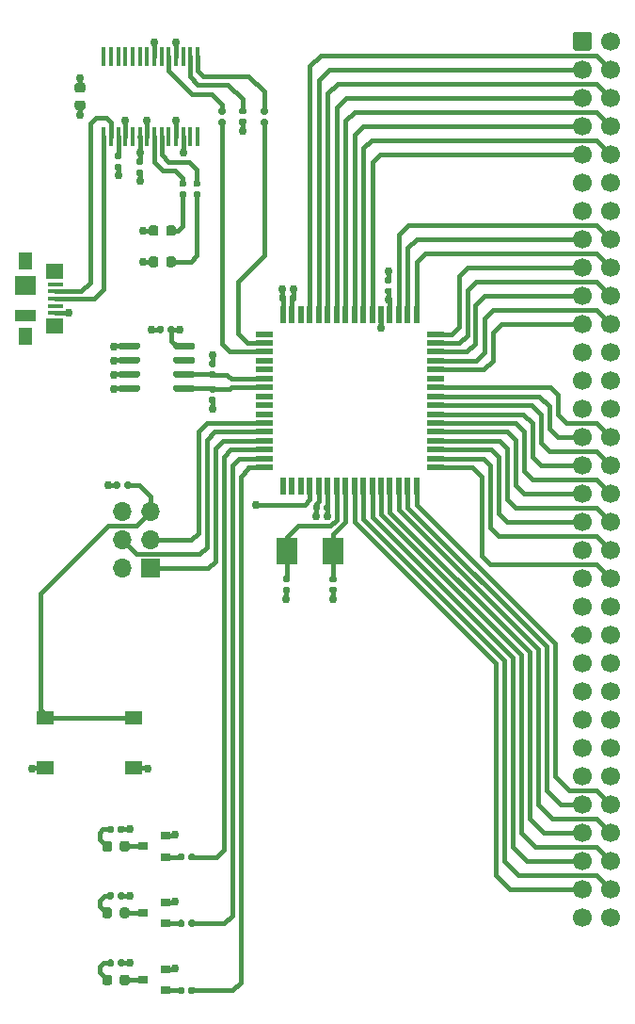
<source format=gtl>
G04 #@! TF.GenerationSoftware,KiCad,Pcbnew,5.1.6-c6e7f7d~86~ubuntu18.04.1*
G04 #@! TF.CreationDate,2020-07-07T21:11:44+12:00*
G04 #@! TF.ProjectId,M1 Control Card,4d312043-6f6e-4747-926f-6c2043617264,rev?*
G04 #@! TF.SameCoordinates,Original*
G04 #@! TF.FileFunction,Copper,L1,Top*
G04 #@! TF.FilePolarity,Positive*
%FSLAX46Y46*%
G04 Gerber Fmt 4.6, Leading zero omitted, Abs format (unit mm)*
G04 Created by KiCad (PCBNEW 5.1.6-c6e7f7d~86~ubuntu18.04.1) date 2020-07-07 21:11:44*
%MOMM*%
%LPD*%
G01*
G04 APERTURE LIST*
G04 #@! TA.AperFunction,SMDPad,CuDef*
%ADD10R,0.900000X0.800000*%
G04 #@! TD*
G04 #@! TA.AperFunction,SMDPad,CuDef*
%ADD11R,0.450000X1.750000*%
G04 #@! TD*
G04 #@! TA.AperFunction,SMDPad,CuDef*
%ADD12R,1.500000X0.550000*%
G04 #@! TD*
G04 #@! TA.AperFunction,SMDPad,CuDef*
%ADD13R,0.550000X1.500000*%
G04 #@! TD*
G04 #@! TA.AperFunction,SMDPad,CuDef*
%ADD14R,1.380000X0.450000*%
G04 #@! TD*
G04 #@! TA.AperFunction,SMDPad,CuDef*
%ADD15R,1.550000X1.425000*%
G04 #@! TD*
G04 #@! TA.AperFunction,SMDPad,CuDef*
%ADD16R,1.300000X1.650000*%
G04 #@! TD*
G04 #@! TA.AperFunction,SMDPad,CuDef*
%ADD17R,1.900000X1.800000*%
G04 #@! TD*
G04 #@! TA.AperFunction,SMDPad,CuDef*
%ADD18R,1.900000X1.000000*%
G04 #@! TD*
G04 #@! TA.AperFunction,SMDPad,CuDef*
%ADD19R,1.900000X2.400000*%
G04 #@! TD*
G04 #@! TA.AperFunction,SMDPad,CuDef*
%ADD20R,1.550000X1.300000*%
G04 #@! TD*
G04 #@! TA.AperFunction,ComponentPad*
%ADD21C,1.700000*%
G04 #@! TD*
G04 #@! TA.AperFunction,ComponentPad*
%ADD22R,1.700000X1.700000*%
G04 #@! TD*
G04 #@! TA.AperFunction,ComponentPad*
%ADD23O,1.700000X1.700000*%
G04 #@! TD*
G04 #@! TA.AperFunction,ViaPad*
%ADD24C,0.762000*%
G04 #@! TD*
G04 #@! TA.AperFunction,Conductor*
%ADD25C,0.406400*%
G04 #@! TD*
G04 APERTURE END LIST*
G04 #@! TA.AperFunction,SMDPad,CuDef*
G36*
G01*
X145043500Y-57168000D02*
X145388500Y-57168000D01*
G75*
G02*
X145536000Y-57315500I0J-147500D01*
G01*
X145536000Y-57610500D01*
G75*
G02*
X145388500Y-57758000I-147500J0D01*
G01*
X145043500Y-57758000D01*
G75*
G02*
X144896000Y-57610500I0J147500D01*
G01*
X144896000Y-57315500D01*
G75*
G02*
X145043500Y-57168000I147500J0D01*
G01*
G37*
G04 #@! TD.AperFunction*
G04 #@! TA.AperFunction,SMDPad,CuDef*
G36*
G01*
X145043500Y-58138000D02*
X145388500Y-58138000D01*
G75*
G02*
X145536000Y-58285500I0J-147500D01*
G01*
X145536000Y-58580500D01*
G75*
G02*
X145388500Y-58728000I-147500J0D01*
G01*
X145043500Y-58728000D01*
G75*
G02*
X144896000Y-58580500I0J147500D01*
G01*
X144896000Y-58285500D01*
G75*
G02*
X145043500Y-58138000I147500J0D01*
G01*
G37*
G04 #@! TD.AperFunction*
G04 #@! TA.AperFunction,SMDPad,CuDef*
G36*
G01*
X133085000Y-123249750D02*
X133085000Y-123762250D01*
G75*
G02*
X132866250Y-123981000I-218750J0D01*
G01*
X132428750Y-123981000D01*
G75*
G02*
X132210000Y-123762250I0J218750D01*
G01*
X132210000Y-123249750D01*
G75*
G02*
X132428750Y-123031000I218750J0D01*
G01*
X132866250Y-123031000D01*
G75*
G02*
X133085000Y-123249750I0J-218750D01*
G01*
G37*
G04 #@! TD.AperFunction*
G04 #@! TA.AperFunction,SMDPad,CuDef*
G36*
G01*
X131510000Y-123249750D02*
X131510000Y-123762250D01*
G75*
G02*
X131291250Y-123981000I-218750J0D01*
G01*
X130853750Y-123981000D01*
G75*
G02*
X130635000Y-123762250I0J218750D01*
G01*
X130635000Y-123249750D01*
G75*
G02*
X130853750Y-123031000I218750J0D01*
G01*
X131291250Y-123031000D01*
G75*
G02*
X131510000Y-123249750I0J-218750D01*
G01*
G37*
G04 #@! TD.AperFunction*
G04 #@! TA.AperFunction,SMDPad,CuDef*
G36*
G01*
X131510000Y-129223750D02*
X131510000Y-129736250D01*
G75*
G02*
X131291250Y-129955000I-218750J0D01*
G01*
X130853750Y-129955000D01*
G75*
G02*
X130635000Y-129736250I0J218750D01*
G01*
X130635000Y-129223750D01*
G75*
G02*
X130853750Y-129005000I218750J0D01*
G01*
X131291250Y-129005000D01*
G75*
G02*
X131510000Y-129223750I0J-218750D01*
G01*
G37*
G04 #@! TD.AperFunction*
G04 #@! TA.AperFunction,SMDPad,CuDef*
G36*
G01*
X133085000Y-129223750D02*
X133085000Y-129736250D01*
G75*
G02*
X132866250Y-129955000I-218750J0D01*
G01*
X132428750Y-129955000D01*
G75*
G02*
X132210000Y-129736250I0J218750D01*
G01*
X132210000Y-129223750D01*
G75*
G02*
X132428750Y-129005000I218750J0D01*
G01*
X132866250Y-129005000D01*
G75*
G02*
X133085000Y-129223750I0J-218750D01*
G01*
G37*
G04 #@! TD.AperFunction*
G04 #@! TA.AperFunction,SMDPad,CuDef*
G36*
G01*
X137254000Y-70713750D02*
X137254000Y-71226250D01*
G75*
G02*
X137035250Y-71445000I-218750J0D01*
G01*
X136597750Y-71445000D01*
G75*
G02*
X136379000Y-71226250I0J218750D01*
G01*
X136379000Y-70713750D01*
G75*
G02*
X136597750Y-70495000I218750J0D01*
G01*
X137035250Y-70495000D01*
G75*
G02*
X137254000Y-70713750I0J-218750D01*
G01*
G37*
G04 #@! TD.AperFunction*
G04 #@! TA.AperFunction,SMDPad,CuDef*
G36*
G01*
X135679000Y-70713750D02*
X135679000Y-71226250D01*
G75*
G02*
X135460250Y-71445000I-218750J0D01*
G01*
X135022750Y-71445000D01*
G75*
G02*
X134804000Y-71226250I0J218750D01*
G01*
X134804000Y-70713750D01*
G75*
G02*
X135022750Y-70495000I218750J0D01*
G01*
X135460250Y-70495000D01*
G75*
G02*
X135679000Y-70713750I0J-218750D01*
G01*
G37*
G04 #@! TD.AperFunction*
G04 #@! TA.AperFunction,SMDPad,CuDef*
G36*
G01*
X135679000Y-67913750D02*
X135679000Y-68426250D01*
G75*
G02*
X135460250Y-68645000I-218750J0D01*
G01*
X135022750Y-68645000D01*
G75*
G02*
X134804000Y-68426250I0J218750D01*
G01*
X134804000Y-67913750D01*
G75*
G02*
X135022750Y-67695000I218750J0D01*
G01*
X135460250Y-67695000D01*
G75*
G02*
X135679000Y-67913750I0J-218750D01*
G01*
G37*
G04 #@! TD.AperFunction*
G04 #@! TA.AperFunction,SMDPad,CuDef*
G36*
G01*
X137254000Y-67913750D02*
X137254000Y-68426250D01*
G75*
G02*
X137035250Y-68645000I-218750J0D01*
G01*
X136597750Y-68645000D01*
G75*
G02*
X136379000Y-68426250I0J218750D01*
G01*
X136379000Y-67913750D01*
G75*
G02*
X136597750Y-67695000I218750J0D01*
G01*
X137035250Y-67695000D01*
G75*
G02*
X137254000Y-67913750I0J-218750D01*
G01*
G37*
G04 #@! TD.AperFunction*
G04 #@! TA.AperFunction,SMDPad,CuDef*
G36*
G01*
X133085000Y-135254750D02*
X133085000Y-135767250D01*
G75*
G02*
X132866250Y-135986000I-218750J0D01*
G01*
X132428750Y-135986000D01*
G75*
G02*
X132210000Y-135767250I0J218750D01*
G01*
X132210000Y-135254750D01*
G75*
G02*
X132428750Y-135036000I218750J0D01*
G01*
X132866250Y-135036000D01*
G75*
G02*
X133085000Y-135254750I0J-218750D01*
G01*
G37*
G04 #@! TD.AperFunction*
G04 #@! TA.AperFunction,SMDPad,CuDef*
G36*
G01*
X131510000Y-135254750D02*
X131510000Y-135767250D01*
G75*
G02*
X131291250Y-135986000I-218750J0D01*
G01*
X130853750Y-135986000D01*
G75*
G02*
X130635000Y-135767250I0J218750D01*
G01*
X130635000Y-135254750D01*
G75*
G02*
X130853750Y-135036000I218750J0D01*
G01*
X131291250Y-135036000D01*
G75*
G02*
X131510000Y-135254750I0J-218750D01*
G01*
G37*
G04 #@! TD.AperFunction*
D10*
X136289000Y-124456000D03*
X136289000Y-122556000D03*
X134289000Y-123506000D03*
X136289000Y-130430000D03*
X136289000Y-128530000D03*
X134289000Y-129480000D03*
X134289000Y-135511000D03*
X136289000Y-134561000D03*
X136289000Y-136461000D03*
D11*
X139206000Y-52507000D03*
X138556000Y-52507000D03*
X137906000Y-52507000D03*
X137256000Y-52507000D03*
X136606000Y-52507000D03*
X135956000Y-52507000D03*
X135306000Y-52507000D03*
X134656000Y-52507000D03*
X134006000Y-52507000D03*
X133356000Y-52507000D03*
X132706000Y-52507000D03*
X132056000Y-52507000D03*
X131406000Y-52507000D03*
X130756000Y-52507000D03*
X130756000Y-59707000D03*
X131406000Y-59707000D03*
X132056000Y-59707000D03*
X132706000Y-59707000D03*
X133356000Y-59707000D03*
X134006000Y-59707000D03*
X134656000Y-59707000D03*
X135306000Y-59707000D03*
X135956000Y-59707000D03*
X136606000Y-59707000D03*
X137256000Y-59707000D03*
X137906000Y-59707000D03*
X138556000Y-59707000D03*
X139206000Y-59707000D03*
G04 #@! TA.AperFunction,SMDPad,CuDef*
G36*
G01*
X132073000Y-78682000D02*
X132073000Y-78382000D01*
G75*
G02*
X132223000Y-78232000I150000J0D01*
G01*
X133873000Y-78232000D01*
G75*
G02*
X134023000Y-78382000I0J-150000D01*
G01*
X134023000Y-78682000D01*
G75*
G02*
X133873000Y-78832000I-150000J0D01*
G01*
X132223000Y-78832000D01*
G75*
G02*
X132073000Y-78682000I0J150000D01*
G01*
G37*
G04 #@! TD.AperFunction*
G04 #@! TA.AperFunction,SMDPad,CuDef*
G36*
G01*
X132073000Y-79952000D02*
X132073000Y-79652000D01*
G75*
G02*
X132223000Y-79502000I150000J0D01*
G01*
X133873000Y-79502000D01*
G75*
G02*
X134023000Y-79652000I0J-150000D01*
G01*
X134023000Y-79952000D01*
G75*
G02*
X133873000Y-80102000I-150000J0D01*
G01*
X132223000Y-80102000D01*
G75*
G02*
X132073000Y-79952000I0J150000D01*
G01*
G37*
G04 #@! TD.AperFunction*
G04 #@! TA.AperFunction,SMDPad,CuDef*
G36*
G01*
X132073000Y-81222000D02*
X132073000Y-80922000D01*
G75*
G02*
X132223000Y-80772000I150000J0D01*
G01*
X133873000Y-80772000D01*
G75*
G02*
X134023000Y-80922000I0J-150000D01*
G01*
X134023000Y-81222000D01*
G75*
G02*
X133873000Y-81372000I-150000J0D01*
G01*
X132223000Y-81372000D01*
G75*
G02*
X132073000Y-81222000I0J150000D01*
G01*
G37*
G04 #@! TD.AperFunction*
G04 #@! TA.AperFunction,SMDPad,CuDef*
G36*
G01*
X132073000Y-82492000D02*
X132073000Y-82192000D01*
G75*
G02*
X132223000Y-82042000I150000J0D01*
G01*
X133873000Y-82042000D01*
G75*
G02*
X134023000Y-82192000I0J-150000D01*
G01*
X134023000Y-82492000D01*
G75*
G02*
X133873000Y-82642000I-150000J0D01*
G01*
X132223000Y-82642000D01*
G75*
G02*
X132073000Y-82492000I0J150000D01*
G01*
G37*
G04 #@! TD.AperFunction*
G04 #@! TA.AperFunction,SMDPad,CuDef*
G36*
G01*
X137023000Y-82492000D02*
X137023000Y-82192000D01*
G75*
G02*
X137173000Y-82042000I150000J0D01*
G01*
X138823000Y-82042000D01*
G75*
G02*
X138973000Y-82192000I0J-150000D01*
G01*
X138973000Y-82492000D01*
G75*
G02*
X138823000Y-82642000I-150000J0D01*
G01*
X137173000Y-82642000D01*
G75*
G02*
X137023000Y-82492000I0J150000D01*
G01*
G37*
G04 #@! TD.AperFunction*
G04 #@! TA.AperFunction,SMDPad,CuDef*
G36*
G01*
X137023000Y-81222000D02*
X137023000Y-80922000D01*
G75*
G02*
X137173000Y-80772000I150000J0D01*
G01*
X138823000Y-80772000D01*
G75*
G02*
X138973000Y-80922000I0J-150000D01*
G01*
X138973000Y-81222000D01*
G75*
G02*
X138823000Y-81372000I-150000J0D01*
G01*
X137173000Y-81372000D01*
G75*
G02*
X137023000Y-81222000I0J150000D01*
G01*
G37*
G04 #@! TD.AperFunction*
G04 #@! TA.AperFunction,SMDPad,CuDef*
G36*
G01*
X137023000Y-79952000D02*
X137023000Y-79652000D01*
G75*
G02*
X137173000Y-79502000I150000J0D01*
G01*
X138823000Y-79502000D01*
G75*
G02*
X138973000Y-79652000I0J-150000D01*
G01*
X138973000Y-79952000D01*
G75*
G02*
X138823000Y-80102000I-150000J0D01*
G01*
X137173000Y-80102000D01*
G75*
G02*
X137023000Y-79952000I0J150000D01*
G01*
G37*
G04 #@! TD.AperFunction*
G04 #@! TA.AperFunction,SMDPad,CuDef*
G36*
G01*
X137023000Y-78682000D02*
X137023000Y-78382000D01*
G75*
G02*
X137173000Y-78232000I150000J0D01*
G01*
X138823000Y-78232000D01*
G75*
G02*
X138973000Y-78382000I0J-150000D01*
G01*
X138973000Y-78682000D01*
G75*
G02*
X138823000Y-78832000I-150000J0D01*
G01*
X137173000Y-78832000D01*
G75*
G02*
X137023000Y-78682000I0J150000D01*
G01*
G37*
G04 #@! TD.AperFunction*
D12*
X145215000Y-77455000D03*
X145215000Y-78255000D03*
X145215000Y-79055000D03*
X145215000Y-79855000D03*
X145215000Y-80655000D03*
X145215000Y-81455000D03*
X145215000Y-82255000D03*
X145215000Y-83055000D03*
X145215000Y-83855000D03*
X145215000Y-84655000D03*
X145215000Y-85455000D03*
X145215000Y-86255000D03*
X145215000Y-87055000D03*
X145215000Y-87855000D03*
X145215000Y-88655000D03*
X145215000Y-89455000D03*
D13*
X146915000Y-91155000D03*
X147715000Y-91155000D03*
X148515000Y-91155000D03*
X149315000Y-91155000D03*
X150115000Y-91155000D03*
X150915000Y-91155000D03*
X151715000Y-91155000D03*
X152515000Y-91155000D03*
X153315000Y-91155000D03*
X154115000Y-91155000D03*
X154915000Y-91155000D03*
X155715000Y-91155000D03*
X156515000Y-91155000D03*
X157315000Y-91155000D03*
X158115000Y-91155000D03*
X158915000Y-91155000D03*
D12*
X160615000Y-89455000D03*
X160615000Y-88655000D03*
X160615000Y-87855000D03*
X160615000Y-87055000D03*
X160615000Y-86255000D03*
X160615000Y-85455000D03*
X160615000Y-84655000D03*
X160615000Y-83855000D03*
X160615000Y-83055000D03*
X160615000Y-82255000D03*
X160615000Y-81455000D03*
X160615000Y-80655000D03*
X160615000Y-79855000D03*
X160615000Y-79055000D03*
X160615000Y-78255000D03*
X160615000Y-77455000D03*
D13*
X158915000Y-75755000D03*
X158115000Y-75755000D03*
X157315000Y-75755000D03*
X156515000Y-75755000D03*
X155715000Y-75755000D03*
X154915000Y-75755000D03*
X154115000Y-75755000D03*
X153315000Y-75755000D03*
X152515000Y-75755000D03*
X151715000Y-75755000D03*
X150915000Y-75755000D03*
X150115000Y-75755000D03*
X149315000Y-75755000D03*
X148515000Y-75755000D03*
X147715000Y-75755000D03*
X146915000Y-75755000D03*
D14*
X126399000Y-72984000D03*
X126399000Y-73634000D03*
X126399000Y-74284000D03*
X126399000Y-74934000D03*
X126399000Y-75584000D03*
D15*
X126314000Y-71796500D03*
X126314000Y-76771500D03*
D16*
X123739000Y-70909000D03*
X123739000Y-77659000D03*
D17*
X123739000Y-73134000D03*
D18*
X123739000Y-75834000D03*
G04 #@! TA.AperFunction,SMDPad,CuDef*
G36*
G01*
X133833500Y-61677000D02*
X134178500Y-61677000D01*
G75*
G02*
X134326000Y-61824500I0J-147500D01*
G01*
X134326000Y-62119500D01*
G75*
G02*
X134178500Y-62267000I-147500J0D01*
G01*
X133833500Y-62267000D01*
G75*
G02*
X133686000Y-62119500I0J147500D01*
G01*
X133686000Y-61824500D01*
G75*
G02*
X133833500Y-61677000I147500J0D01*
G01*
G37*
G04 #@! TD.AperFunction*
G04 #@! TA.AperFunction,SMDPad,CuDef*
G36*
G01*
X133833500Y-62647000D02*
X134178500Y-62647000D01*
G75*
G02*
X134326000Y-62794500I0J-147500D01*
G01*
X134326000Y-63089500D01*
G75*
G02*
X134178500Y-63237000I-147500J0D01*
G01*
X133833500Y-63237000D01*
G75*
G02*
X133686000Y-63089500I0J147500D01*
G01*
X133686000Y-62794500D01*
G75*
G02*
X133833500Y-62647000I147500J0D01*
G01*
G37*
G04 #@! TD.AperFunction*
G04 #@! TA.AperFunction,SMDPad,CuDef*
G36*
G01*
X128887250Y-57332000D02*
X128374750Y-57332000D01*
G75*
G02*
X128156000Y-57113250I0J218750D01*
G01*
X128156000Y-56675750D01*
G75*
G02*
X128374750Y-56457000I218750J0D01*
G01*
X128887250Y-56457000D01*
G75*
G02*
X129106000Y-56675750I0J-218750D01*
G01*
X129106000Y-57113250D01*
G75*
G02*
X128887250Y-57332000I-218750J0D01*
G01*
G37*
G04 #@! TD.AperFunction*
G04 #@! TA.AperFunction,SMDPad,CuDef*
G36*
G01*
X128887250Y-55757000D02*
X128374750Y-55757000D01*
G75*
G02*
X128156000Y-55538250I0J218750D01*
G01*
X128156000Y-55100750D01*
G75*
G02*
X128374750Y-54882000I218750J0D01*
G01*
X128887250Y-54882000D01*
G75*
G02*
X129106000Y-55100750I0J-218750D01*
G01*
X129106000Y-55538250D01*
G75*
G02*
X128887250Y-55757000I-218750J0D01*
G01*
G37*
G04 #@! TD.AperFunction*
G04 #@! TA.AperFunction,SMDPad,CuDef*
G36*
G01*
X131883500Y-62139000D02*
X132228500Y-62139000D01*
G75*
G02*
X132376000Y-62286500I0J-147500D01*
G01*
X132376000Y-62581500D01*
G75*
G02*
X132228500Y-62729000I-147500J0D01*
G01*
X131883500Y-62729000D01*
G75*
G02*
X131736000Y-62581500I0J147500D01*
G01*
X131736000Y-62286500D01*
G75*
G02*
X131883500Y-62139000I147500J0D01*
G01*
G37*
G04 #@! TD.AperFunction*
G04 #@! TA.AperFunction,SMDPad,CuDef*
G36*
G01*
X131883500Y-61169000D02*
X132228500Y-61169000D01*
G75*
G02*
X132376000Y-61316500I0J-147500D01*
G01*
X132376000Y-61611500D01*
G75*
G02*
X132228500Y-61759000I-147500J0D01*
G01*
X131883500Y-61759000D01*
G75*
G02*
X131736000Y-61611500I0J147500D01*
G01*
X131736000Y-61316500D01*
G75*
G02*
X131883500Y-61169000I147500J0D01*
G01*
G37*
G04 #@! TD.AperFunction*
G04 #@! TA.AperFunction,SMDPad,CuDef*
G36*
G01*
X143426500Y-58681000D02*
X143081500Y-58681000D01*
G75*
G02*
X142934000Y-58533500I0J147500D01*
G01*
X142934000Y-58238500D01*
G75*
G02*
X143081500Y-58091000I147500J0D01*
G01*
X143426500Y-58091000D01*
G75*
G02*
X143574000Y-58238500I0J-147500D01*
G01*
X143574000Y-58533500D01*
G75*
G02*
X143426500Y-58681000I-147500J0D01*
G01*
G37*
G04 #@! TD.AperFunction*
G04 #@! TA.AperFunction,SMDPad,CuDef*
G36*
G01*
X143426500Y-57711000D02*
X143081500Y-57711000D01*
G75*
G02*
X142934000Y-57563500I0J147500D01*
G01*
X142934000Y-57268500D01*
G75*
G02*
X143081500Y-57121000I147500J0D01*
G01*
X143426500Y-57121000D01*
G75*
G02*
X143574000Y-57268500I0J-147500D01*
G01*
X143574000Y-57563500D01*
G75*
G02*
X143426500Y-57711000I-147500J0D01*
G01*
G37*
G04 #@! TD.AperFunction*
G04 #@! TA.AperFunction,SMDPad,CuDef*
G36*
G01*
X151215500Y-100171000D02*
X151560500Y-100171000D01*
G75*
G02*
X151708000Y-100318500I0J-147500D01*
G01*
X151708000Y-100613500D01*
G75*
G02*
X151560500Y-100761000I-147500J0D01*
G01*
X151215500Y-100761000D01*
G75*
G02*
X151068000Y-100613500I0J147500D01*
G01*
X151068000Y-100318500D01*
G75*
G02*
X151215500Y-100171000I147500J0D01*
G01*
G37*
G04 #@! TD.AperFunction*
G04 #@! TA.AperFunction,SMDPad,CuDef*
G36*
G01*
X151215500Y-99201000D02*
X151560500Y-99201000D01*
G75*
G02*
X151708000Y-99348500I0J-147500D01*
G01*
X151708000Y-99643500D01*
G75*
G02*
X151560500Y-99791000I-147500J0D01*
G01*
X151215500Y-99791000D01*
G75*
G02*
X151068000Y-99643500I0J147500D01*
G01*
X151068000Y-99348500D01*
G75*
G02*
X151215500Y-99201000I147500J0D01*
G01*
G37*
G04 #@! TD.AperFunction*
G04 #@! TA.AperFunction,SMDPad,CuDef*
G36*
G01*
X147024500Y-99201000D02*
X147369500Y-99201000D01*
G75*
G02*
X147517000Y-99348500I0J-147500D01*
G01*
X147517000Y-99643500D01*
G75*
G02*
X147369500Y-99791000I-147500J0D01*
G01*
X147024500Y-99791000D01*
G75*
G02*
X146877000Y-99643500I0J147500D01*
G01*
X146877000Y-99348500D01*
G75*
G02*
X147024500Y-99201000I147500J0D01*
G01*
G37*
G04 #@! TD.AperFunction*
G04 #@! TA.AperFunction,SMDPad,CuDef*
G36*
G01*
X147024500Y-100171000D02*
X147369500Y-100171000D01*
G75*
G02*
X147517000Y-100318500I0J-147500D01*
G01*
X147517000Y-100613500D01*
G75*
G02*
X147369500Y-100761000I-147500J0D01*
G01*
X147024500Y-100761000D01*
G75*
G02*
X146877000Y-100613500I0J147500D01*
G01*
X146877000Y-100318500D01*
G75*
G02*
X147024500Y-100171000I147500J0D01*
G01*
G37*
G04 #@! TD.AperFunction*
G04 #@! TA.AperFunction,SMDPad,CuDef*
G36*
G01*
X136532000Y-77230500D02*
X136532000Y-76885500D01*
G75*
G02*
X136679500Y-76738000I147500J0D01*
G01*
X136974500Y-76738000D01*
G75*
G02*
X137122000Y-76885500I0J-147500D01*
G01*
X137122000Y-77230500D01*
G75*
G02*
X136974500Y-77378000I-147500J0D01*
G01*
X136679500Y-77378000D01*
G75*
G02*
X136532000Y-77230500I0J147500D01*
G01*
G37*
G04 #@! TD.AperFunction*
G04 #@! TA.AperFunction,SMDPad,CuDef*
G36*
G01*
X135562000Y-77230500D02*
X135562000Y-76885500D01*
G75*
G02*
X135709500Y-76738000I147500J0D01*
G01*
X136004500Y-76738000D01*
G75*
G02*
X136152000Y-76885500I0J-147500D01*
G01*
X136152000Y-77230500D01*
G75*
G02*
X136004500Y-77378000I-147500J0D01*
G01*
X135709500Y-77378000D01*
G75*
G02*
X135562000Y-77230500I0J147500D01*
G01*
G37*
G04 #@! TD.AperFunction*
G04 #@! TA.AperFunction,SMDPad,CuDef*
G36*
G01*
X151174000Y-92887500D02*
X151174000Y-93232500D01*
G75*
G02*
X151026500Y-93380000I-147500J0D01*
G01*
X150731500Y-93380000D01*
G75*
G02*
X150584000Y-93232500I0J147500D01*
G01*
X150584000Y-92887500D01*
G75*
G02*
X150731500Y-92740000I147500J0D01*
G01*
X151026500Y-92740000D01*
G75*
G02*
X151174000Y-92887500I0J-147500D01*
G01*
G37*
G04 #@! TD.AperFunction*
G04 #@! TA.AperFunction,SMDPad,CuDef*
G36*
G01*
X150204000Y-92887500D02*
X150204000Y-93232500D01*
G75*
G02*
X150056500Y-93380000I-147500J0D01*
G01*
X149761500Y-93380000D01*
G75*
G02*
X149614000Y-93232500I0J147500D01*
G01*
X149614000Y-92887500D01*
G75*
G02*
X149761500Y-92740000I147500J0D01*
G01*
X150056500Y-92740000D01*
G75*
G02*
X150204000Y-92887500I0J-147500D01*
G01*
G37*
G04 #@! TD.AperFunction*
G04 #@! TA.AperFunction,SMDPad,CuDef*
G36*
G01*
X138990000Y-124283500D02*
X138990000Y-124628500D01*
G75*
G02*
X138842500Y-124776000I-147500J0D01*
G01*
X138547500Y-124776000D01*
G75*
G02*
X138400000Y-124628500I0J147500D01*
G01*
X138400000Y-124283500D01*
G75*
G02*
X138547500Y-124136000I147500J0D01*
G01*
X138842500Y-124136000D01*
G75*
G02*
X138990000Y-124283500I0J-147500D01*
G01*
G37*
G04 #@! TD.AperFunction*
G04 #@! TA.AperFunction,SMDPad,CuDef*
G36*
G01*
X138020000Y-124283500D02*
X138020000Y-124628500D01*
G75*
G02*
X137872500Y-124776000I-147500J0D01*
G01*
X137577500Y-124776000D01*
G75*
G02*
X137430000Y-124628500I0J147500D01*
G01*
X137430000Y-124283500D01*
G75*
G02*
X137577500Y-124136000I147500J0D01*
G01*
X137872500Y-124136000D01*
G75*
G02*
X138020000Y-124283500I0J-147500D01*
G01*
G37*
G04 #@! TD.AperFunction*
G04 #@! TA.AperFunction,SMDPad,CuDef*
G36*
G01*
X131670000Y-121809500D02*
X131670000Y-122154500D01*
G75*
G02*
X131522500Y-122302000I-147500J0D01*
G01*
X131227500Y-122302000D01*
G75*
G02*
X131080000Y-122154500I0J147500D01*
G01*
X131080000Y-121809500D01*
G75*
G02*
X131227500Y-121662000I147500J0D01*
G01*
X131522500Y-121662000D01*
G75*
G02*
X131670000Y-121809500I0J-147500D01*
G01*
G37*
G04 #@! TD.AperFunction*
G04 #@! TA.AperFunction,SMDPad,CuDef*
G36*
G01*
X132640000Y-121809500D02*
X132640000Y-122154500D01*
G75*
G02*
X132492500Y-122302000I-147500J0D01*
G01*
X132197500Y-122302000D01*
G75*
G02*
X132050000Y-122154500I0J147500D01*
G01*
X132050000Y-121809500D01*
G75*
G02*
X132197500Y-121662000I147500J0D01*
G01*
X132492500Y-121662000D01*
G75*
G02*
X132640000Y-121809500I0J-147500D01*
G01*
G37*
G04 #@! TD.AperFunction*
G04 #@! TA.AperFunction,SMDPad,CuDef*
G36*
G01*
X138020000Y-130257500D02*
X138020000Y-130602500D01*
G75*
G02*
X137872500Y-130750000I-147500J0D01*
G01*
X137577500Y-130750000D01*
G75*
G02*
X137430000Y-130602500I0J147500D01*
G01*
X137430000Y-130257500D01*
G75*
G02*
X137577500Y-130110000I147500J0D01*
G01*
X137872500Y-130110000D01*
G75*
G02*
X138020000Y-130257500I0J-147500D01*
G01*
G37*
G04 #@! TD.AperFunction*
G04 #@! TA.AperFunction,SMDPad,CuDef*
G36*
G01*
X138990000Y-130257500D02*
X138990000Y-130602500D01*
G75*
G02*
X138842500Y-130750000I-147500J0D01*
G01*
X138547500Y-130750000D01*
G75*
G02*
X138400000Y-130602500I0J147500D01*
G01*
X138400000Y-130257500D01*
G75*
G02*
X138547500Y-130110000I147500J0D01*
G01*
X138842500Y-130110000D01*
G75*
G02*
X138990000Y-130257500I0J-147500D01*
G01*
G37*
G04 #@! TD.AperFunction*
G04 #@! TA.AperFunction,SMDPad,CuDef*
G36*
G01*
X132640000Y-127783500D02*
X132640000Y-128128500D01*
G75*
G02*
X132492500Y-128276000I-147500J0D01*
G01*
X132197500Y-128276000D01*
G75*
G02*
X132050000Y-128128500I0J147500D01*
G01*
X132050000Y-127783500D01*
G75*
G02*
X132197500Y-127636000I147500J0D01*
G01*
X132492500Y-127636000D01*
G75*
G02*
X132640000Y-127783500I0J-147500D01*
G01*
G37*
G04 #@! TD.AperFunction*
G04 #@! TA.AperFunction,SMDPad,CuDef*
G36*
G01*
X131670000Y-127783500D02*
X131670000Y-128128500D01*
G75*
G02*
X131522500Y-128276000I-147500J0D01*
G01*
X131227500Y-128276000D01*
G75*
G02*
X131080000Y-128128500I0J147500D01*
G01*
X131080000Y-127783500D01*
G75*
G02*
X131227500Y-127636000I147500J0D01*
G01*
X131522500Y-127636000D01*
G75*
G02*
X131670000Y-127783500I0J-147500D01*
G01*
G37*
G04 #@! TD.AperFunction*
G04 #@! TA.AperFunction,SMDPad,CuDef*
G36*
G01*
X131652000Y-91200500D02*
X131652000Y-90855500D01*
G75*
G02*
X131799500Y-90708000I147500J0D01*
G01*
X132094500Y-90708000D01*
G75*
G02*
X132242000Y-90855500I0J-147500D01*
G01*
X132242000Y-91200500D01*
G75*
G02*
X132094500Y-91348000I-147500J0D01*
G01*
X131799500Y-91348000D01*
G75*
G02*
X131652000Y-91200500I0J147500D01*
G01*
G37*
G04 #@! TD.AperFunction*
G04 #@! TA.AperFunction,SMDPad,CuDef*
G36*
G01*
X132622000Y-91200500D02*
X132622000Y-90855500D01*
G75*
G02*
X132769500Y-90708000I147500J0D01*
G01*
X133064500Y-90708000D01*
G75*
G02*
X133212000Y-90855500I0J-147500D01*
G01*
X133212000Y-91200500D01*
G75*
G02*
X133064500Y-91348000I-147500J0D01*
G01*
X132769500Y-91348000D01*
G75*
G02*
X132622000Y-91200500I0J147500D01*
G01*
G37*
G04 #@! TD.AperFunction*
G04 #@! TA.AperFunction,SMDPad,CuDef*
G36*
G01*
X141233500Y-58138000D02*
X141578500Y-58138000D01*
G75*
G02*
X141726000Y-58285500I0J-147500D01*
G01*
X141726000Y-58580500D01*
G75*
G02*
X141578500Y-58728000I-147500J0D01*
G01*
X141233500Y-58728000D01*
G75*
G02*
X141086000Y-58580500I0J147500D01*
G01*
X141086000Y-58285500D01*
G75*
G02*
X141233500Y-58138000I147500J0D01*
G01*
G37*
G04 #@! TD.AperFunction*
G04 #@! TA.AperFunction,SMDPad,CuDef*
G36*
G01*
X141233500Y-57168000D02*
X141578500Y-57168000D01*
G75*
G02*
X141726000Y-57315500I0J-147500D01*
G01*
X141726000Y-57610500D01*
G75*
G02*
X141578500Y-57758000I-147500J0D01*
G01*
X141233500Y-57758000D01*
G75*
G02*
X141086000Y-57610500I0J147500D01*
G01*
X141086000Y-57315500D01*
G75*
G02*
X141233500Y-57168000I147500J0D01*
G01*
G37*
G04 #@! TD.AperFunction*
G04 #@! TA.AperFunction,SMDPad,CuDef*
G36*
G01*
X138977500Y-63645000D02*
X139322500Y-63645000D01*
G75*
G02*
X139470000Y-63792500I0J-147500D01*
G01*
X139470000Y-64087500D01*
G75*
G02*
X139322500Y-64235000I-147500J0D01*
G01*
X138977500Y-64235000D01*
G75*
G02*
X138830000Y-64087500I0J147500D01*
G01*
X138830000Y-63792500D01*
G75*
G02*
X138977500Y-63645000I147500J0D01*
G01*
G37*
G04 #@! TD.AperFunction*
G04 #@! TA.AperFunction,SMDPad,CuDef*
G36*
G01*
X138977500Y-64615000D02*
X139322500Y-64615000D01*
G75*
G02*
X139470000Y-64762500I0J-147500D01*
G01*
X139470000Y-65057500D01*
G75*
G02*
X139322500Y-65205000I-147500J0D01*
G01*
X138977500Y-65205000D01*
G75*
G02*
X138830000Y-65057500I0J147500D01*
G01*
X138830000Y-64762500D01*
G75*
G02*
X138977500Y-64615000I147500J0D01*
G01*
G37*
G04 #@! TD.AperFunction*
G04 #@! TA.AperFunction,SMDPad,CuDef*
G36*
G01*
X137707500Y-64615000D02*
X138052500Y-64615000D01*
G75*
G02*
X138200000Y-64762500I0J-147500D01*
G01*
X138200000Y-65057500D01*
G75*
G02*
X138052500Y-65205000I-147500J0D01*
G01*
X137707500Y-65205000D01*
G75*
G02*
X137560000Y-65057500I0J147500D01*
G01*
X137560000Y-64762500D01*
G75*
G02*
X137707500Y-64615000I147500J0D01*
G01*
G37*
G04 #@! TD.AperFunction*
G04 #@! TA.AperFunction,SMDPad,CuDef*
G36*
G01*
X137707500Y-63645000D02*
X138052500Y-63645000D01*
G75*
G02*
X138200000Y-63792500I0J-147500D01*
G01*
X138200000Y-64087500D01*
G75*
G02*
X138052500Y-64235000I-147500J0D01*
G01*
X137707500Y-64235000D01*
G75*
G02*
X137560000Y-64087500I0J147500D01*
G01*
X137560000Y-63792500D01*
G75*
G02*
X137707500Y-63645000I147500J0D01*
G01*
G37*
G04 #@! TD.AperFunction*
G04 #@! TA.AperFunction,SMDPad,CuDef*
G36*
G01*
X138990000Y-136288500D02*
X138990000Y-136633500D01*
G75*
G02*
X138842500Y-136781000I-147500J0D01*
G01*
X138547500Y-136781000D01*
G75*
G02*
X138400000Y-136633500I0J147500D01*
G01*
X138400000Y-136288500D01*
G75*
G02*
X138547500Y-136141000I147500J0D01*
G01*
X138842500Y-136141000D01*
G75*
G02*
X138990000Y-136288500I0J-147500D01*
G01*
G37*
G04 #@! TD.AperFunction*
G04 #@! TA.AperFunction,SMDPad,CuDef*
G36*
G01*
X138020000Y-136288500D02*
X138020000Y-136633500D01*
G75*
G02*
X137872500Y-136781000I-147500J0D01*
G01*
X137577500Y-136781000D01*
G75*
G02*
X137430000Y-136633500I0J147500D01*
G01*
X137430000Y-136288500D01*
G75*
G02*
X137577500Y-136141000I147500J0D01*
G01*
X137872500Y-136141000D01*
G75*
G02*
X138020000Y-136288500I0J-147500D01*
G01*
G37*
G04 #@! TD.AperFunction*
G04 #@! TA.AperFunction,SMDPad,CuDef*
G36*
G01*
X131670000Y-133814500D02*
X131670000Y-134159500D01*
G75*
G02*
X131522500Y-134307000I-147500J0D01*
G01*
X131227500Y-134307000D01*
G75*
G02*
X131080000Y-134159500I0J147500D01*
G01*
X131080000Y-133814500D01*
G75*
G02*
X131227500Y-133667000I147500J0D01*
G01*
X131522500Y-133667000D01*
G75*
G02*
X131670000Y-133814500I0J-147500D01*
G01*
G37*
G04 #@! TD.AperFunction*
G04 #@! TA.AperFunction,SMDPad,CuDef*
G36*
G01*
X132640000Y-133814500D02*
X132640000Y-134159500D01*
G75*
G02*
X132492500Y-134307000I-147500J0D01*
G01*
X132197500Y-134307000D01*
G75*
G02*
X132050000Y-134159500I0J147500D01*
G01*
X132050000Y-133814500D01*
G75*
G02*
X132197500Y-133667000I147500J0D01*
G01*
X132492500Y-133667000D01*
G75*
G02*
X132640000Y-133814500I0J-147500D01*
G01*
G37*
G04 #@! TD.AperFunction*
G04 #@! TA.AperFunction,SMDPad,CuDef*
G36*
G01*
X140705500Y-83680000D02*
X140360500Y-83680000D01*
G75*
G02*
X140213000Y-83532500I0J147500D01*
G01*
X140213000Y-83237500D01*
G75*
G02*
X140360500Y-83090000I147500J0D01*
G01*
X140705500Y-83090000D01*
G75*
G02*
X140853000Y-83237500I0J-147500D01*
G01*
X140853000Y-83532500D01*
G75*
G02*
X140705500Y-83680000I-147500J0D01*
G01*
G37*
G04 #@! TD.AperFunction*
G04 #@! TA.AperFunction,SMDPad,CuDef*
G36*
G01*
X140705500Y-82710000D02*
X140360500Y-82710000D01*
G75*
G02*
X140213000Y-82562500I0J147500D01*
G01*
X140213000Y-82267500D01*
G75*
G02*
X140360500Y-82120000I147500J0D01*
G01*
X140705500Y-82120000D01*
G75*
G02*
X140853000Y-82267500I0J-147500D01*
G01*
X140853000Y-82562500D01*
G75*
G02*
X140705500Y-82710000I-147500J0D01*
G01*
G37*
G04 #@! TD.AperFunction*
G04 #@! TA.AperFunction,SMDPad,CuDef*
G36*
G01*
X140360500Y-80804000D02*
X140705500Y-80804000D01*
G75*
G02*
X140853000Y-80951500I0J-147500D01*
G01*
X140853000Y-81246500D01*
G75*
G02*
X140705500Y-81394000I-147500J0D01*
G01*
X140360500Y-81394000D01*
G75*
G02*
X140213000Y-81246500I0J147500D01*
G01*
X140213000Y-80951500D01*
G75*
G02*
X140360500Y-80804000I147500J0D01*
G01*
G37*
G04 #@! TD.AperFunction*
G04 #@! TA.AperFunction,SMDPad,CuDef*
G36*
G01*
X140360500Y-79834000D02*
X140705500Y-79834000D01*
G75*
G02*
X140853000Y-79981500I0J-147500D01*
G01*
X140853000Y-80276500D01*
G75*
G02*
X140705500Y-80424000I-147500J0D01*
G01*
X140360500Y-80424000D01*
G75*
G02*
X140213000Y-80276500I0J147500D01*
G01*
X140213000Y-79981500D01*
G75*
G02*
X140360500Y-79834000I147500J0D01*
G01*
G37*
G04 #@! TD.AperFunction*
G04 #@! TA.AperFunction,SMDPad,CuDef*
G36*
G01*
X156190500Y-72341000D02*
X156535500Y-72341000D01*
G75*
G02*
X156683000Y-72488500I0J-147500D01*
G01*
X156683000Y-72783500D01*
G75*
G02*
X156535500Y-72931000I-147500J0D01*
G01*
X156190500Y-72931000D01*
G75*
G02*
X156043000Y-72783500I0J147500D01*
G01*
X156043000Y-72488500D01*
G75*
G02*
X156190500Y-72341000I147500J0D01*
G01*
G37*
G04 #@! TD.AperFunction*
G04 #@! TA.AperFunction,SMDPad,CuDef*
G36*
G01*
X156190500Y-73311000D02*
X156535500Y-73311000D01*
G75*
G02*
X156683000Y-73458500I0J-147500D01*
G01*
X156683000Y-73753500D01*
G75*
G02*
X156535500Y-73901000I-147500J0D01*
G01*
X156190500Y-73901000D01*
G75*
G02*
X156043000Y-73753500I0J147500D01*
G01*
X156043000Y-73458500D01*
G75*
G02*
X156190500Y-73311000I147500J0D01*
G01*
G37*
G04 #@! TD.AperFunction*
D19*
X151365000Y-96958000D03*
X147265000Y-96958000D03*
G04 #@! TA.AperFunction,SMDPad,CuDef*
G36*
G01*
X148104000Y-74027500D02*
X148104000Y-74372500D01*
G75*
G02*
X147956500Y-74520000I-147500J0D01*
G01*
X147661500Y-74520000D01*
G75*
G02*
X147514000Y-74372500I0J147500D01*
G01*
X147514000Y-74027500D01*
G75*
G02*
X147661500Y-73880000I147500J0D01*
G01*
X147956500Y-73880000D01*
G75*
G02*
X148104000Y-74027500I0J-147500D01*
G01*
G37*
G04 #@! TD.AperFunction*
G04 #@! TA.AperFunction,SMDPad,CuDef*
G36*
G01*
X147134000Y-74027500D02*
X147134000Y-74372500D01*
G75*
G02*
X146986500Y-74520000I-147500J0D01*
G01*
X146691500Y-74520000D01*
G75*
G02*
X146544000Y-74372500I0J147500D01*
G01*
X146544000Y-74027500D01*
G75*
G02*
X146691500Y-73880000I147500J0D01*
G01*
X146986500Y-73880000D01*
G75*
G02*
X147134000Y-74027500I0J-147500D01*
G01*
G37*
G04 #@! TD.AperFunction*
D20*
X133469000Y-111955000D03*
X133469000Y-116455000D03*
X125509000Y-116455000D03*
X125509000Y-111955000D03*
G04 #@! TA.AperFunction,ComponentPad*
G36*
G01*
X172985000Y-51750000D02*
X172985000Y-50550000D01*
G75*
G02*
X173235000Y-50300000I250000J0D01*
G01*
X174435000Y-50300000D01*
G75*
G02*
X174685000Y-50550000I0J-250000D01*
G01*
X174685000Y-51750000D01*
G75*
G02*
X174435000Y-52000000I-250000J0D01*
G01*
X173235000Y-52000000D01*
G75*
G02*
X172985000Y-51750000I0J250000D01*
G01*
G37*
G04 #@! TD.AperFunction*
D21*
X173835000Y-53690000D03*
X173835000Y-56230000D03*
X173835000Y-58770000D03*
X173835000Y-61310000D03*
X173835000Y-63850000D03*
X173835000Y-66390000D03*
X173835000Y-68930000D03*
X173835000Y-71470000D03*
X173835000Y-74010000D03*
X173835000Y-76550000D03*
X173835000Y-79090000D03*
X173835000Y-81630000D03*
X173835000Y-84170000D03*
X173835000Y-86710000D03*
X173835000Y-89250000D03*
X173835000Y-91790000D03*
X173835000Y-94330000D03*
X173835000Y-96870000D03*
X173835000Y-99410000D03*
X173835000Y-101950000D03*
X173835000Y-104490000D03*
X173835000Y-107030000D03*
X173835000Y-109570000D03*
X173835000Y-112110000D03*
X173835000Y-114650000D03*
X173835000Y-117190000D03*
X173835000Y-119730000D03*
X173835000Y-122270000D03*
X173835000Y-124810000D03*
X173835000Y-127350000D03*
X173835000Y-129890000D03*
X176375000Y-51150000D03*
X176375000Y-53690000D03*
X176375000Y-56230000D03*
X176375000Y-58770000D03*
X176375000Y-61310000D03*
X176375000Y-63850000D03*
X176375000Y-66390000D03*
X176375000Y-68930000D03*
X176375000Y-71470000D03*
X176375000Y-74010000D03*
X176375000Y-76550000D03*
X176375000Y-79090000D03*
X176375000Y-81630000D03*
X176375000Y-84170000D03*
X176375000Y-86710000D03*
X176375000Y-89250000D03*
X176375000Y-91790000D03*
X176375000Y-94330000D03*
X176375000Y-96870000D03*
X176375000Y-99410000D03*
X176375000Y-101950000D03*
X176375000Y-104490000D03*
X176375000Y-107030000D03*
X176375000Y-109570000D03*
X176375000Y-112110000D03*
X176375000Y-114650000D03*
X176375000Y-117190000D03*
X176375000Y-119730000D03*
X176375000Y-122270000D03*
X176375000Y-124810000D03*
X176375000Y-127350000D03*
X176375000Y-129890000D03*
D22*
X134972000Y-98521000D03*
D23*
X132432000Y-98521000D03*
X134972000Y-95981000D03*
X132432000Y-95981000D03*
X134972000Y-93441000D03*
X132432000Y-93441000D03*
D24*
X155728000Y-76931000D03*
X147197000Y-101251000D03*
X151388000Y-101251000D03*
X124304000Y-116491000D03*
X134696000Y-116491000D03*
X147832000Y-73438000D03*
X127606000Y-75584000D03*
X132706000Y-58266000D03*
X134656000Y-58266000D03*
X137256000Y-58266000D03*
X137902000Y-61187000D03*
X135306000Y-51217000D03*
X128631000Y-54456000D03*
X134006000Y-63727000D03*
X132056000Y-63219000D03*
X137194000Y-122490000D03*
X137194000Y-128464000D03*
X137194000Y-134495000D03*
X135072000Y-77058000D03*
X131643000Y-78582000D03*
X131643000Y-82392000D03*
X131643000Y-81122000D03*
X131643000Y-79852000D03*
X150902000Y-93822000D03*
X156363000Y-71851000D03*
X143254000Y-59171000D03*
X144425000Y-92806000D03*
X146816000Y-73438000D03*
X134324000Y-68170000D03*
X134324000Y-70970000D03*
X128631000Y-57758000D03*
X134006000Y-61187000D03*
X137256000Y-51217000D03*
X133130000Y-121982000D03*
X133130000Y-127956000D03*
X133130000Y-133987000D03*
X131162000Y-91028000D03*
X140533000Y-84170000D03*
X140533000Y-79344000D03*
X137612000Y-77058000D03*
X149886000Y-93822000D03*
X156363000Y-74391000D03*
D25*
X135857000Y-77058000D02*
X135072000Y-77058000D01*
X131693000Y-78532000D02*
X131643000Y-78582000D01*
X133048000Y-78532000D02*
X131693000Y-78532000D01*
X131693000Y-79802000D02*
X131643000Y-79852000D01*
X133048000Y-79802000D02*
X131693000Y-79802000D01*
X131693000Y-81072000D02*
X131643000Y-81122000D01*
X133048000Y-81072000D02*
X131693000Y-81072000D01*
X131693000Y-82342000D02*
X131643000Y-82392000D01*
X133048000Y-82342000D02*
X131693000Y-82342000D01*
X132706000Y-59707000D02*
X132706000Y-58266000D01*
X134656000Y-59707000D02*
X134656000Y-58266000D01*
X137256000Y-59707000D02*
X137256000Y-58266000D01*
X137906000Y-61183000D02*
X137902000Y-61187000D01*
X137906000Y-59707000D02*
X137906000Y-61183000D01*
X132056000Y-62434000D02*
X132056000Y-63219000D01*
X134006000Y-63727000D02*
X134006000Y-62942000D01*
X126399000Y-75584000D02*
X127606000Y-75584000D01*
X128631000Y-55319500D02*
X128631000Y-54456000D01*
X147832000Y-74177000D02*
X147809000Y-74200000D01*
X147832000Y-73438000D02*
X147832000Y-74177000D01*
X147715000Y-74294000D02*
X147809000Y-74200000D01*
X147715000Y-75755000D02*
X147715000Y-74294000D01*
X150879000Y-93799000D02*
X150902000Y-93822000D01*
X150879000Y-93060000D02*
X150879000Y-93799000D01*
X150915000Y-93024000D02*
X150879000Y-93060000D01*
X150915000Y-91155000D02*
X150915000Y-93024000D01*
X151388000Y-100466000D02*
X151388000Y-101251000D01*
X147197000Y-100466000D02*
X147197000Y-101251000D01*
X137128000Y-122556000D02*
X137194000Y-122490000D01*
X136289000Y-122556000D02*
X137128000Y-122556000D01*
X137128000Y-128530000D02*
X137194000Y-128464000D01*
X136289000Y-128530000D02*
X137128000Y-128530000D01*
X137128000Y-134561000D02*
X137194000Y-134495000D01*
X136289000Y-134561000D02*
X137128000Y-134561000D01*
X124340000Y-116455000D02*
X124304000Y-116491000D01*
X125509000Y-116455000D02*
X124340000Y-116455000D01*
X134660000Y-116455000D02*
X134696000Y-116491000D01*
X133469000Y-116455000D02*
X134660000Y-116455000D01*
X155715000Y-76918000D02*
X155728000Y-76931000D01*
X155715000Y-75755000D02*
X155715000Y-76918000D01*
X156363000Y-72636000D02*
X156363000Y-71851000D01*
X135306000Y-52507000D02*
X135306000Y-51217000D01*
X132056000Y-59707000D02*
X132056000Y-61464000D01*
X132917000Y-91028000D02*
X133956000Y-91028000D01*
X134972000Y-92044000D02*
X134972000Y-93441000D01*
X133956000Y-91028000D02*
X134972000Y-92044000D01*
X143254000Y-58386000D02*
X143254000Y-59171000D01*
X125509000Y-111955000D02*
X133469000Y-111955000D01*
X148820400Y-92806000D02*
X144425000Y-92806000D01*
X149315000Y-91155000D02*
X149315000Y-92311400D01*
X149315000Y-92311400D02*
X148820400Y-92806000D01*
X125509000Y-111955000D02*
X125509000Y-111664000D01*
X125509000Y-111664000D02*
X125066000Y-111221000D01*
X131162000Y-94711000D02*
X125066000Y-100807000D01*
X133702000Y-94711000D02*
X131162000Y-94711000D01*
X125066000Y-100807000D02*
X125066000Y-103011000D01*
X134972000Y-93441000D02*
X133702000Y-94711000D01*
X125066000Y-111221000D02*
X125066000Y-103011000D01*
X138556000Y-52507000D02*
X138556000Y-54336000D01*
X138556000Y-54336000D02*
X139247000Y-55027000D01*
X139247000Y-55027000D02*
X141914000Y-55027000D01*
X143254000Y-56367000D02*
X143254000Y-57416000D01*
X141914000Y-55027000D02*
X143254000Y-56367000D01*
X151410000Y-96913000D02*
X151365000Y-96958000D01*
X151410000Y-95473000D02*
X151410000Y-96913000D01*
X152515000Y-91155000D02*
X152515000Y-94368000D01*
X152515000Y-94368000D02*
X151410000Y-95473000D01*
X151365000Y-99473000D02*
X151388000Y-99496000D01*
X151365000Y-96958000D02*
X151365000Y-99473000D01*
X151715000Y-91155000D02*
X151715000Y-94152000D01*
X151715000Y-94152000D02*
X151156000Y-94711000D01*
X147265000Y-96958000D02*
X147265000Y-95681000D01*
X148235000Y-94711000D02*
X148489000Y-94711000D01*
X147265000Y-95681000D02*
X148235000Y-94711000D01*
X151156000Y-94711000D02*
X148489000Y-94711000D01*
X147265000Y-99428000D02*
X147197000Y-99496000D01*
X147265000Y-96958000D02*
X147265000Y-99428000D01*
X136827000Y-77058000D02*
X137612000Y-77058000D01*
X136827000Y-78051000D02*
X136827000Y-77058000D01*
X137998000Y-78532000D02*
X137308000Y-78532000D01*
X137308000Y-78532000D02*
X136827000Y-78051000D01*
X140533000Y-80129000D02*
X140533000Y-79344000D01*
X140533000Y-83385000D02*
X140533000Y-84170000D01*
X131162000Y-91028000D02*
X131947000Y-91028000D01*
X134006000Y-59704000D02*
X133987401Y-59685401D01*
X134006000Y-59707000D02*
X134006000Y-59704000D01*
X134006000Y-61972000D02*
X134006000Y-61187000D01*
X134006000Y-61187000D02*
X134006000Y-59707000D01*
X128631000Y-56894500D02*
X128631000Y-57758000D01*
X135241500Y-68170000D02*
X134324000Y-68170000D01*
X135241500Y-70970000D02*
X134324000Y-70970000D01*
X146816000Y-74177000D02*
X146839000Y-74200000D01*
X146816000Y-73438000D02*
X146816000Y-74177000D01*
X146915000Y-74276000D02*
X146839000Y-74200000D01*
X146915000Y-75755000D02*
X146915000Y-74276000D01*
X149909000Y-93799000D02*
X149886000Y-93822000D01*
X149909000Y-93060000D02*
X149909000Y-93799000D01*
X150115000Y-91155000D02*
X150115000Y-92491000D01*
X149909000Y-92697000D02*
X149909000Y-93060000D01*
X150115000Y-92491000D02*
X149909000Y-92697000D01*
X133130000Y-121982000D02*
X132345000Y-121982000D01*
X133130000Y-127956000D02*
X132345000Y-127956000D01*
X133130000Y-133987000D02*
X132345000Y-133987000D01*
X156515000Y-74543000D02*
X156363000Y-74391000D01*
X156515000Y-75755000D02*
X156515000Y-74543000D01*
X156363000Y-73606000D02*
X156363000Y-74391000D01*
X137256000Y-52507000D02*
X137256000Y-51217000D01*
X132647500Y-123506000D02*
X134289000Y-123506000D01*
X130688000Y-121982000D02*
X131375000Y-121982000D01*
X130400000Y-122270000D02*
X130688000Y-121982000D01*
X130400000Y-122905000D02*
X130400000Y-122270000D01*
X131072500Y-123506000D02*
X131001000Y-123506000D01*
X131001000Y-123506000D02*
X130400000Y-122905000D01*
X130400000Y-128874000D02*
X130400000Y-128366000D01*
X130810000Y-127956000D02*
X131375000Y-127956000D01*
X131072500Y-129480000D02*
X131006000Y-129480000D01*
X130400000Y-128366000D02*
X130810000Y-127956000D01*
X131006000Y-129480000D02*
X130400000Y-128874000D01*
X134289000Y-129480000D02*
X132647500Y-129480000D01*
X139150000Y-64910000D02*
X139150000Y-70394000D01*
X138574000Y-70970000D02*
X136816500Y-70970000D01*
X139150000Y-70394000D02*
X138574000Y-70970000D01*
X137880000Y-64910000D02*
X137880000Y-67727000D01*
X137437000Y-68170000D02*
X136816500Y-68170000D01*
X137880000Y-67727000D02*
X137437000Y-68170000D01*
X134289000Y-135511000D02*
X132647500Y-135511000D01*
X131068000Y-135511000D02*
X131072500Y-135511000D01*
X130400000Y-134843000D02*
X131068000Y-135511000D01*
X131375000Y-133987000D02*
X130748000Y-133987000D01*
X130400000Y-134335000D02*
X130400000Y-134843000D01*
X130748000Y-133987000D02*
X130400000Y-134335000D01*
X137512000Y-98521000D02*
X134972000Y-98521000D01*
X141486000Y-87055000D02*
X140815000Y-87726000D01*
X145215000Y-87055000D02*
X141486000Y-87055000D01*
X140815000Y-87726000D02*
X140815000Y-97886000D01*
X140180000Y-98521000D02*
X137512000Y-98521000D01*
X140815000Y-97886000D02*
X140180000Y-98521000D01*
X136242000Y-95981000D02*
X134972000Y-95981000D01*
X140038000Y-85455000D02*
X139291000Y-86202000D01*
X145215000Y-85455000D02*
X140038000Y-85455000D01*
X139291000Y-86202000D02*
X139291000Y-95346000D01*
X138656000Y-95981000D02*
X136242000Y-95981000D01*
X139291000Y-95346000D02*
X138656000Y-95981000D01*
X133702000Y-97251000D02*
X132432000Y-95981000D01*
X140762000Y-86255000D02*
X140053000Y-86964000D01*
X145215000Y-86255000D02*
X140762000Y-86255000D01*
X140053000Y-86964000D02*
X140053000Y-96616000D01*
X139418000Y-97251000D02*
X133702000Y-97251000D01*
X140053000Y-96616000D02*
X139418000Y-97251000D01*
X137725000Y-124456000D02*
X136289000Y-124456000D01*
X137725000Y-130430000D02*
X136289000Y-130430000D01*
X137725000Y-136461000D02*
X136289000Y-136461000D01*
X142210000Y-87855000D02*
X145215000Y-87855000D01*
X141577000Y-123794000D02*
X140915000Y-124456000D01*
X142210000Y-87855000D02*
X141577000Y-88488000D01*
X140361000Y-124456000D02*
X138695000Y-124456000D01*
X140915000Y-124456000D02*
X140361000Y-124456000D01*
X141577000Y-88488000D02*
X141577000Y-123794000D01*
X140293000Y-130430000D02*
X138695000Y-130430000D01*
X141609000Y-130430000D02*
X140293000Y-130430000D01*
X142339000Y-129700000D02*
X141609000Y-130430000D01*
X142934000Y-88655000D02*
X142339000Y-89250000D01*
X142339000Y-89250000D02*
X142339000Y-129700000D01*
X145215000Y-88655000D02*
X142934000Y-88655000D01*
X139206000Y-53788400D02*
X139682600Y-54265000D01*
X139206000Y-52507000D02*
X139206000Y-53788400D01*
X139682600Y-54265000D02*
X143819000Y-54265000D01*
X145216000Y-55662000D02*
X145216000Y-57463000D01*
X143819000Y-54265000D02*
X145216000Y-55662000D01*
X145215000Y-79055000D02*
X142104000Y-79055000D01*
X141406000Y-77991000D02*
X141406000Y-78245000D01*
X141406000Y-78357000D02*
X142104000Y-79055000D01*
X141406000Y-77991000D02*
X141406000Y-78357000D01*
X141406000Y-58433000D02*
X141406000Y-77991000D01*
X142847000Y-72740000D02*
X142847000Y-77420000D01*
X145216000Y-70371000D02*
X142847000Y-72740000D01*
X145216000Y-58433000D02*
X145216000Y-70371000D01*
X145215000Y-78255000D02*
X143682000Y-78255000D01*
X142847000Y-77420000D02*
X143682000Y-78255000D01*
X136606000Y-53788400D02*
X138733600Y-55916000D01*
X136606000Y-52507000D02*
X136606000Y-53788400D01*
X138733600Y-55916000D02*
X140517000Y-55916000D01*
X141406000Y-56805000D02*
X141406000Y-57463000D01*
X140517000Y-55916000D02*
X141406000Y-56805000D01*
X135956000Y-59707000D02*
X135956000Y-61358000D01*
X136589500Y-61991500D02*
X138452500Y-61991500D01*
X135956000Y-61358000D02*
X136589500Y-61991500D01*
X139150000Y-62689000D02*
X139150000Y-63940000D01*
X138452500Y-61991500D02*
X139150000Y-62689000D01*
X135306000Y-59707000D02*
X135306000Y-61978000D01*
X135306000Y-61978000D02*
X136102000Y-62774000D01*
X136102000Y-62774000D02*
X137203000Y-62774000D01*
X137880000Y-63451000D02*
X137880000Y-63940000D01*
X137203000Y-62774000D02*
X137880000Y-63451000D01*
X138695000Y-136461000D02*
X140548000Y-136461000D01*
X143814000Y-89455000D02*
X143814000Y-89553000D01*
X143814000Y-89455000D02*
X145215000Y-89455000D01*
X143814000Y-89553000D02*
X143101000Y-90266000D01*
X143101000Y-90266000D02*
X143101000Y-135732000D01*
X142372000Y-136461000D02*
X140548000Y-136461000D01*
X143101000Y-135732000D02*
X142372000Y-136461000D01*
X140460000Y-82342000D02*
X140533000Y-82415000D01*
X137998000Y-82342000D02*
X140460000Y-82342000D01*
X145215000Y-82255000D02*
X142276000Y-82255000D01*
X142116000Y-82415000D02*
X140533000Y-82415000D01*
X142276000Y-82255000D02*
X142116000Y-82415000D01*
X140506000Y-81072000D02*
X140533000Y-81099000D01*
X137998000Y-81072000D02*
X140506000Y-81072000D01*
X145215000Y-81455000D02*
X142218000Y-81455000D01*
X141862000Y-81099000D02*
X140533000Y-81099000D01*
X142218000Y-81455000D02*
X141862000Y-81099000D01*
X130756000Y-73401000D02*
X129873000Y-74284000D01*
X130756000Y-59707000D02*
X130756000Y-73401000D01*
X126399000Y-74284000D02*
X129873000Y-74284000D01*
X129551000Y-72828000D02*
X128745000Y-73634000D01*
X129551000Y-58490400D02*
X129551000Y-72828000D01*
X130029400Y-58012000D02*
X129551000Y-58490400D01*
X126399000Y-73634000D02*
X128745000Y-73634000D01*
X131406000Y-59707000D02*
X131406000Y-58425600D01*
X131406000Y-58425600D02*
X130992400Y-58012000D01*
X130992400Y-58012000D02*
X130029400Y-58012000D01*
X150115000Y-75755000D02*
X150115000Y-54604000D01*
X150115000Y-54604000D02*
X151029000Y-53690000D01*
X151029000Y-53690000D02*
X173635000Y-53690000D01*
X149315000Y-75755000D02*
X149315000Y-53372000D01*
X149315000Y-53372000D02*
X150267000Y-52420000D01*
X175105000Y-52420000D02*
X176375000Y-53690000D01*
X174515000Y-52420000D02*
X175105000Y-52420000D01*
X174515000Y-52420000D02*
X174905000Y-52420000D01*
X150267000Y-52420000D02*
X174515000Y-52420000D01*
X151715000Y-75755000D02*
X151715000Y-57068000D01*
X152553000Y-56230000D02*
X173635000Y-56230000D01*
X151715000Y-57068000D02*
X152553000Y-56230000D01*
X150915000Y-75755000D02*
X150915000Y-55836000D01*
X150915000Y-55836000D02*
X151791000Y-54960000D01*
X175105000Y-54960000D02*
X176375000Y-56230000D01*
X174689000Y-54960000D02*
X175105000Y-54960000D01*
X174689000Y-54960000D02*
X174905000Y-54960000D01*
X151791000Y-54960000D02*
X174689000Y-54960000D01*
X153315000Y-75755000D02*
X153315000Y-59532000D01*
X154077000Y-58770000D02*
X173635000Y-58770000D01*
X153315000Y-59532000D02*
X154077000Y-58770000D01*
X152515000Y-75755000D02*
X152515000Y-58300000D01*
X152515000Y-58300000D02*
X153315000Y-57500000D01*
X175105000Y-57500000D02*
X176375000Y-58770000D01*
X174435000Y-57500000D02*
X175105000Y-57500000D01*
X174435000Y-57500000D02*
X174905000Y-57500000D01*
X153315000Y-57500000D02*
X174435000Y-57500000D01*
X154915000Y-75755000D02*
X154915000Y-61996000D01*
X154915000Y-61996000D02*
X155601000Y-61310000D01*
X155601000Y-61310000D02*
X173635000Y-61310000D01*
X154115000Y-75755000D02*
X154115000Y-60764000D01*
X154115000Y-60764000D02*
X154839000Y-60040000D01*
X174689000Y-60040000D02*
X175105000Y-60040000D01*
X175105000Y-60040000D02*
X176375000Y-61310000D01*
X174689000Y-60040000D02*
X174905000Y-60040000D01*
X154839000Y-60040000D02*
X174689000Y-60040000D01*
X158115000Y-75755000D02*
X158115000Y-69718000D01*
X158903000Y-68930000D02*
X173635000Y-68930000D01*
X158115000Y-69718000D02*
X158903000Y-68930000D01*
X157315000Y-75755000D02*
X157315000Y-68486000D01*
X157315000Y-68486000D02*
X158141000Y-67660000D01*
X175105000Y-67660000D02*
X176375000Y-68930000D01*
X174689000Y-67660000D02*
X175105000Y-67660000D01*
X174689000Y-67660000D02*
X174905000Y-67660000D01*
X158141000Y-67660000D02*
X174689000Y-67660000D01*
X160615000Y-77455000D02*
X162062000Y-77455000D01*
X162062000Y-77455000D02*
X162713000Y-76804000D01*
X162713000Y-76804000D02*
X162713000Y-72232000D01*
X162713000Y-72232000D02*
X163475000Y-71470000D01*
X163475000Y-71470000D02*
X173635000Y-71470000D01*
X158915000Y-75755000D02*
X158915000Y-70950000D01*
X158915000Y-70950000D02*
X159665000Y-70200000D01*
X175105000Y-70200000D02*
X176375000Y-71470000D01*
X174689000Y-70200000D02*
X175105000Y-70200000D01*
X174689000Y-70200000D02*
X174905000Y-70200000D01*
X159665000Y-70200000D02*
X174689000Y-70200000D01*
X160615000Y-79055000D02*
X163440000Y-79055000D01*
X163440000Y-79055000D02*
X164167000Y-78328000D01*
X164167000Y-78328000D02*
X164167000Y-74842000D01*
X164167000Y-74842000D02*
X164999000Y-74010000D01*
X164999000Y-74010000D02*
X173635000Y-74010000D01*
X160615000Y-78255000D02*
X162786000Y-78255000D01*
X162786000Y-78255000D02*
X163475000Y-77566000D01*
X163475000Y-77566000D02*
X163475000Y-73502000D01*
X163475000Y-73502000D02*
X164237000Y-72740000D01*
X175105000Y-72740000D02*
X176375000Y-74010000D01*
X174515000Y-72740000D02*
X175105000Y-72740000D01*
X174515000Y-72740000D02*
X174905000Y-72740000D01*
X164237000Y-72740000D02*
X174515000Y-72740000D01*
X160615000Y-80655000D02*
X164958000Y-80655000D01*
X164958000Y-80655000D02*
X165761000Y-79852000D01*
X165761000Y-79852000D02*
X165761000Y-77312000D01*
X165761000Y-77312000D02*
X166523000Y-76550000D01*
X166523000Y-76550000D02*
X173635000Y-76550000D01*
X160615000Y-79855000D02*
X164234000Y-79855000D01*
X164234000Y-79855000D02*
X164999000Y-79090000D01*
X164999000Y-79090000D02*
X164999000Y-76042000D01*
X164999000Y-76042000D02*
X165761000Y-75280000D01*
X175105000Y-75280000D02*
X176375000Y-76550000D01*
X174689000Y-75280000D02*
X175105000Y-75280000D01*
X174689000Y-75280000D02*
X174905000Y-75280000D01*
X165761000Y-75280000D02*
X174689000Y-75280000D01*
X160615000Y-83055000D02*
X169980000Y-83055000D01*
X169980000Y-83055000D02*
X170841000Y-83916000D01*
X170841000Y-83916000D02*
X170841000Y-85948000D01*
X171603000Y-86710000D02*
X173635000Y-86710000D01*
X170841000Y-85948000D02*
X171603000Y-86710000D01*
X160615000Y-82255000D02*
X170958000Y-82255000D01*
X170958000Y-82255000D02*
X171603000Y-82900000D01*
X171603000Y-82900000D02*
X171603000Y-84678000D01*
X171603000Y-84678000D02*
X172365000Y-85440000D01*
X175105000Y-85440000D02*
X176375000Y-86710000D01*
X174515000Y-85440000D02*
X174905000Y-85440000D01*
X174515000Y-85440000D02*
X175105000Y-85440000D01*
X172365000Y-85440000D02*
X174515000Y-85440000D01*
X168532000Y-84655000D02*
X169317000Y-85440000D01*
X160615000Y-84655000D02*
X168532000Y-84655000D01*
X170079000Y-89250000D02*
X173635000Y-89250000D01*
X169317000Y-88488000D02*
X170079000Y-89250000D01*
X169317000Y-85440000D02*
X169317000Y-88488000D01*
X169256000Y-83855000D02*
X170079000Y-84678000D01*
X160615000Y-83855000D02*
X169256000Y-83855000D01*
X170079000Y-87218000D02*
X170841000Y-87980000D01*
X170079000Y-84678000D02*
X170079000Y-87218000D01*
X175105000Y-87980000D02*
X176375000Y-89250000D01*
X174515000Y-87980000D02*
X175105000Y-87980000D01*
X174515000Y-87980000D02*
X174905000Y-87980000D01*
X170841000Y-87980000D02*
X174515000Y-87980000D01*
X160615000Y-86255000D02*
X167084000Y-86255000D01*
X167084000Y-86255000D02*
X167793000Y-86964000D01*
X167793000Y-86964000D02*
X167793000Y-91028000D01*
X167793000Y-91028000D02*
X168555000Y-91790000D01*
X168555000Y-91790000D02*
X173635000Y-91790000D01*
X160615000Y-85455000D02*
X167808000Y-85455000D01*
X167808000Y-85455000D02*
X168555000Y-86202000D01*
X168555000Y-86202000D02*
X168555000Y-89758000D01*
X168555000Y-89758000D02*
X169317000Y-90520000D01*
X175105000Y-90520000D02*
X176375000Y-91790000D01*
X174435000Y-90520000D02*
X175105000Y-90520000D01*
X174435000Y-90520000D02*
X174905000Y-90520000D01*
X169317000Y-90520000D02*
X174435000Y-90520000D01*
X160615000Y-87855000D02*
X165636000Y-87855000D01*
X165636000Y-87855000D02*
X166269000Y-88488000D01*
X166269000Y-88488000D02*
X166269000Y-93568000D01*
X166269000Y-93568000D02*
X167031000Y-94330000D01*
X167031000Y-94330000D02*
X173635000Y-94330000D01*
X160615000Y-87055000D02*
X166360000Y-87055000D01*
X166360000Y-87055000D02*
X167031000Y-87726000D01*
X167031000Y-87726000D02*
X167031000Y-92298000D01*
X167031000Y-92298000D02*
X167793000Y-93060000D01*
X175105000Y-93060000D02*
X176375000Y-94330000D01*
X174515000Y-93060000D02*
X175105000Y-93060000D01*
X174515000Y-93060000D02*
X174905000Y-93060000D01*
X167793000Y-93060000D02*
X174515000Y-93060000D01*
X160615000Y-88655000D02*
X164912000Y-88655000D01*
X164912000Y-88655000D02*
X165507000Y-89250000D01*
X165507000Y-89250000D02*
X165507000Y-94838000D01*
X165507000Y-94838000D02*
X166269000Y-95600000D01*
X175105000Y-95600000D02*
X176375000Y-96870000D01*
X174515000Y-95600000D02*
X175105000Y-95600000D01*
X174515000Y-95600000D02*
X174905000Y-95600000D01*
X166269000Y-95600000D02*
X174515000Y-95600000D01*
X160615000Y-89455000D02*
X163934000Y-89455000D01*
X163934000Y-89455000D02*
X164745000Y-90266000D01*
X164745000Y-90266000D02*
X164745000Y-97378000D01*
X164745000Y-97378000D02*
X165507000Y-98140000D01*
X175105000Y-98140000D02*
X176375000Y-99410000D01*
X174515000Y-98140000D02*
X175105000Y-98140000D01*
X174515000Y-98140000D02*
X174905000Y-98140000D01*
X165507000Y-98140000D02*
X174515000Y-98140000D01*
X173635000Y-104490000D02*
X173000000Y-104490000D01*
X171857000Y-119730000D02*
X173635000Y-119730000D01*
X170587000Y-105506000D02*
X170587000Y-118460000D01*
X158115000Y-93034000D02*
X170587000Y-105506000D01*
X170587000Y-118460000D02*
X171857000Y-119730000D01*
X158115000Y-91155000D02*
X158115000Y-93034000D01*
X158915000Y-91155000D02*
X158915000Y-92818000D01*
X158915000Y-92818000D02*
X171349000Y-105252000D01*
X171349000Y-105252000D02*
X171349000Y-117190000D01*
X171349000Y-117190000D02*
X172619000Y-118460000D01*
X174515000Y-118460000D02*
X175105000Y-118460000D01*
X174515000Y-118460000D02*
X174905000Y-118460000D01*
X175105000Y-118460000D02*
X176375000Y-119730000D01*
X172619000Y-118460000D02*
X174515000Y-118460000D01*
X169063000Y-121000000D02*
X170333000Y-122270000D01*
X169063000Y-106014000D02*
X169063000Y-121000000D01*
X170333000Y-122270000D02*
X173635000Y-122270000D01*
X156515000Y-93466000D02*
X169063000Y-106014000D01*
X156515000Y-91155000D02*
X156515000Y-93466000D01*
X169825000Y-119730000D02*
X171095000Y-121000000D01*
X169825000Y-105760000D02*
X169825000Y-119730000D01*
X157315000Y-93250000D02*
X169825000Y-105760000D01*
X157315000Y-91155000D02*
X157315000Y-93250000D01*
X175105000Y-121000000D02*
X176375000Y-122270000D01*
X174689000Y-121000000D02*
X175105000Y-121000000D01*
X174689000Y-121000000D02*
X174905000Y-121000000D01*
X171095000Y-121000000D02*
X174689000Y-121000000D01*
X167539000Y-123540000D02*
X168809000Y-124810000D01*
X167539000Y-106522000D02*
X167539000Y-123540000D01*
X168809000Y-124810000D02*
X173635000Y-124810000D01*
X154915000Y-93898000D02*
X167539000Y-106522000D01*
X154915000Y-91155000D02*
X154915000Y-93898000D01*
X168301000Y-106268000D02*
X168301000Y-122270000D01*
X155715000Y-93682000D02*
X168301000Y-106268000D01*
X168301000Y-122270000D02*
X169571000Y-123540000D01*
X155715000Y-91155000D02*
X155715000Y-93682000D01*
X175105000Y-123540000D02*
X176375000Y-124810000D01*
X174515000Y-123540000D02*
X175105000Y-123540000D01*
X174515000Y-123540000D02*
X174905000Y-123540000D01*
X169571000Y-123540000D02*
X174515000Y-123540000D01*
X167285000Y-127350000D02*
X173635000Y-127350000D01*
X166015000Y-126080000D02*
X167285000Y-127350000D01*
X166015000Y-107030000D02*
X166015000Y-126080000D01*
X153315000Y-94330000D02*
X166015000Y-107030000D01*
X153315000Y-91155000D02*
X153315000Y-94330000D01*
X166777000Y-124810000D02*
X168047000Y-126080000D01*
X166777000Y-106776000D02*
X166777000Y-124810000D01*
X154115000Y-94114000D02*
X166777000Y-106776000D01*
X154115000Y-91155000D02*
X154115000Y-94114000D01*
X175105000Y-126080000D02*
X176375000Y-127350000D01*
X174515000Y-126080000D02*
X175105000Y-126080000D01*
X174515000Y-126080000D02*
X174905000Y-126080000D01*
X168047000Y-126080000D02*
X174515000Y-126080000D01*
M02*

</source>
